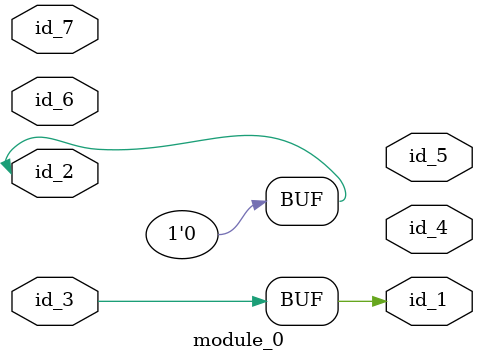
<source format=v>
module module_0 (
    id_1,
    id_2,
    id_3,
    id_4,
    id_5,
    id_6,
    id_7
);
  input id_7;
  inout id_6;
  output id_5;
  output id_4;
  inout id_3;
  inout id_2;
  output id_1;
  assign id_1 = id_3;
  assign id_2 = 1'b0;
endmodule

</source>
